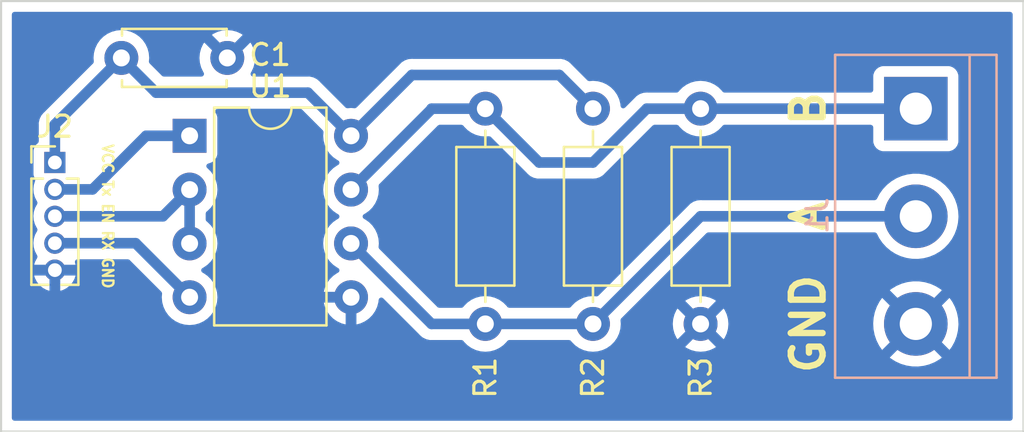
<source format=kicad_pcb>
(kicad_pcb (version 20211014) (generator pcbnew)
  (layers (0 "F.Cu" signal) (31 "B.Cu" signal) (34 "B.Paste" user) (35 "F.Paste" user) (36 "B.SilkS" user "B.Silkscreen") (37 "F.SilkS" user "F.Silkscreen") (38 "B.Mask" user) (39 "F.Mask" user) (44 "Edge.Cuts" user))
  (net 0 "")
  (net 1 "+5V")
  (net 2 "GND")
  (net 3 "A (RS485)")
  (net 4 "B (RS485)")
  (net 5 "TX")
  (net 6 "EN_TX")
  (net 7 "RX")
  (footprint "Connector_PinHeader_1.27mm:PinHeader_1x05_P1.27mm_Vertical" (layer "F.Cu") (at 38.1 25.4)
    (fp_text reference "J2" (at 0 -1.695) (layer "F.SilkS"))
    (fp_text value "Conn_01x05_Male" hide)
    (fp_line (start -1.11 0.76) (end -1.11 5.775) (layer "F.SilkS") (width 0.12))
    (fp_line (start -1.11 -0.76) (end 0 -0.76) (layer "F.SilkS") (width 0.12))
    (fp_line (start 0.563471 0.76) (end 1.11 0.76) (layer "F.SilkS") (width 0.12))
    (fp_line (start -1.11 0.76) (end -0.563471 0.76) (layer "F.SilkS") (width 0.12))
    (fp_line (start 1.11 0.76) (end 1.11 5.775) (layer "F.SilkS") (width 0.12))
    (fp_line (start -1.11 0) (end -1.11 -0.76) (layer "F.SilkS") (width 0.12))
    (fp_line (start -1.11 5.775) (end -0.30753 5.775) (layer "F.SilkS") (width 0.12))
    (fp_line (start 0.30753 5.775) (end 1.11 5.775) (layer "F.SilkS") (width 0.12))
    (pad "1" thru_hole rect locked (at 0 0) (size 1 1) (drill 0.65) (layers *.Cu *.Mask) (net 1 "+5V"))
    (pad "2" thru_hole oval locked (at 0 1.27) (size 1 1) (drill 0.65) (layers *.Cu *.Mask) (net 7 "RX"))
    (pad "3" thru_hole oval locked (at 0 2.54) (size 1 1) (drill 0.65) (layers *.Cu *.Mask) (net 6 "EN_TX"))
    (pad "4" thru_hole oval locked (at 0 3.81) (size 1 1) (drill 0.65) (layers *.Cu *.Mask) (net 5 "TX"))
    (pad "5" thru_hole oval locked (at 0 5.08) (size 1 1) (drill 0.65) (layers *.Cu *.Mask) (net 2 "GND"))
  )
  (footprint "Capacitor_THT:C_Disc_D4.7mm_W2.5mm_P5.00mm" (layer "F.Cu") (at 41.238631 20.464456)
    (fp_text reference "C1" (at 7.021369 -0.144456) (layer "F.SilkS"))
    (fp_text value "C")
    (fp_line (start 0.03 1.055) (end 0.03 1.37) (layer "F.SilkS") (width 0.12))
    (fp_line (start 4.97 -1.37) (end 4.97 -1.055) (layer "F.SilkS") (width 0.12))
    (fp_line (start 0.03 -1.37) (end 4.97 -1.37) (layer "F.SilkS") (width 0.12))
    (fp_line (start 0.03 1.37) (end 4.97 1.37) (layer "F.SilkS") (width 0.12))
    (fp_line (start 0.03 -1.37) (end 0.03 -1.055) (layer "F.SilkS") (width 0.12))
    (fp_line (start 4.97 1.055) (end 4.97 1.37) (layer "F.SilkS") (width 0.12))
    (pad "1" thru_hole circle locked (at 0 0) (size 1.6 1.6) (drill 0.8) (layers *.Cu *.Mask) (net 1 "+5V"))
    (pad "2" thru_hole circle locked (at 5 0) (size 1.6 1.6) (drill 0.8) (layers *.Cu *.Mask) (net 2 "GND"))
  )
  (footprint "Resistor_THT:R_Axial_DIN0207_L6.3mm_D2.5mm_P10.16mm_Horizontal" (layer "F.Cu") (at 63.5 33.02 90)
    (fp_text reference "R2" (at -2.54 0 90) (layer "F.SilkS"))
    (fp_text value "560R")
    (fp_line (start 1.04 0) (end 1.81 0) (layer "F.SilkS") (width 0.12))
    (fp_line (start 9.12 0) (end 8.35 0) (layer "F.SilkS") (width 0.12))
    (fp_line (start 1.81 -1.37) (end 1.81 1.37) (layer "F.SilkS") (width 0.12))
    (fp_line (start 8.35 1.37) (end 8.35 -1.37) (layer "F.SilkS") (width 0.12))
    (fp_line (start 1.81 1.37) (end 8.35 1.37) (layer "F.SilkS") (width 0.12))
    (fp_line (start 8.35 -1.37) (end 1.81 -1.37) (layer "F.SilkS") (width 0.12))
    (pad "1" thru_hole circle locked (at 0 0 90) (size 1.6 1.6) (drill 0.8) (layers *.Cu *.Mask) (net 3 "A (RS485)"))
    (pad "2" thru_hole oval locked (at 10.16 0 90) (size 1.6 1.6) (drill 0.8) (layers *.Cu *.Mask) (net 1 "+5V"))
  )
  (footprint "Resistor_THT:R_Axial_DIN0207_L6.3mm_D2.5mm_P10.16mm_Horizontal" (layer "F.Cu") (at 58.42 22.86 -90)
    (fp_text reference "R1" (at 12.7 0 90) (layer "F.SilkS"))
    (fp_text value "120R")
    (fp_line (start 8.35 1.37) (end 8.35 -1.37) (layer "F.SilkS") (width 0.12))
    (fp_line (start 9.12 0) (end 8.35 0) (layer "F.SilkS") (width 0.12))
    (fp_line (start 8.35 -1.37) (end 1.81 -1.37) (layer "F.SilkS") (width 0.12))
    (fp_line (start 1.81 -1.37) (end 1.81 1.37) (layer "F.SilkS") (width 0.12))
    (fp_line (start 1.81 1.37) (end 8.35 1.37) (layer "F.SilkS") (width 0.12))
    (fp_line (start 1.04 0) (end 1.81 0) (layer "F.SilkS") (width 0.12))
    (pad "1" thru_hole circle locked (at 0 0 270) (size 1.6 1.6) (drill 0.8) (layers *.Cu *.Mask) (net 4 "B (RS485)"))
    (pad "2" thru_hole oval locked (at 10.16 0 270) (size 1.6 1.6) (drill 0.8) (layers *.Cu *.Mask) (net 3 "A (RS485)"))
  )
  (footprint "Resistor_THT:R_Axial_DIN0207_L6.3mm_D2.5mm_P10.16mm_Horizontal" (layer "F.Cu") (at 68.58 33.02 90)
    (fp_text reference "R3" (at -2.54 0 90) (layer "F.SilkS"))
    (fp_text value "560R")
    (fp_line (start 1.04 0) (end 1.81 0) (layer "F.SilkS") (width 0.12))
    (fp_line (start 8.35 -1.37) (end 1.81 -1.37) (layer "F.SilkS") (width 0.12))
    (fp_line (start 1.81 -1.37) (end 1.81 1.37) (layer "F.SilkS") (width 0.12))
    (fp_line (start 9.12 0) (end 8.35 0) (layer "F.SilkS") (width 0.12))
    (fp_line (start 8.35 1.37) (end 8.35 -1.37) (layer "F.SilkS") (width 0.12))
    (fp_line (start 1.81 1.37) (end 8.35 1.37) (layer "F.SilkS") (width 0.12))
    (pad "1" thru_hole circle locked (at 0 0 90) (size 1.6 1.6) (drill 0.8) (layers *.Cu *.Mask) (net 2 "GND"))
    (pad "2" thru_hole oval locked (at 10.16 0 90) (size 1.6 1.6) (drill 0.8) (layers *.Cu *.Mask) (net 4 "B (RS485)"))
  )
  (footprint "Package_DIP:DIP-8_W7.62mm" (layer "F.Cu") (at 44.46 24.14)
    (fp_text reference "U1" (at 3.81 -2.33) (layer "F.SilkS"))
    (fp_text value "SN75176AP")
    (fp_line (start 1.16 8.95) (end 6.46 8.95) (layer "F.SilkS") (width 0.12))
    (fp_line (start 6.46 8.95) (end 6.46 -1.33) (layer "F.SilkS") (width 0.12))
    (fp_line (start 6.46 -1.33) (end 4.81 -1.33) (layer "F.SilkS") (width 0.12))
    (fp_line (start 1.16 -1.33) (end 1.16 8.95) (layer "F.SilkS") (width 0.12))
    (fp_line (start 2.81 -1.33) (end 1.16 -1.33) (layer "F.SilkS") (width 0.12))
    (fp_arc (start 4.81 -1.33) (mid 3.81 -0.33) (end 2.81 -1.33) (layer "F.SilkS") (width 0.12))
    (pad "1" thru_hole rect locked (at 0 0) (size 1.6 1.6) (drill 0.8) (layers *.Cu *.Mask) (net 7 "RX"))
    (pad "2" thru_hole oval locked (at 0 2.54) (size 1.6 1.6) (drill 0.8) (layers *.Cu *.Mask) (net 6 "EN_TX"))
    (pad "3" thru_hole oval locked (at 0 5.08) (size 1.6 1.6) (drill 0.8) (layers *.Cu *.Mask) (net 6 "EN_TX"))
    (pad "4" thru_hole oval locked (at 0 7.62) (size 1.6 1.6) (drill 0.8) (layers *.Cu *.Mask) (net 5 "TX"))
    (pad "5" thru_hole oval locked (at 7.62 7.62) (size 1.6 1.6) (drill 0.8) (layers *.Cu *.Mask) (net 2 "GND"))
    (pad "6" thru_hole oval locked (at 7.62 5.08) (size 1.6 1.6) (drill 0.8) (layers *.Cu *.Mask) (net 3 "A (RS485)"))
    (pad "7" thru_hole oval locked (at 7.62 2.54) (size 1.6 1.6) (drill 0.8) (layers *.Cu *.Mask) (net 4 "B (RS485)"))
    (pad "8" thru_hole oval locked (at 7.62 0) (size 1.6 1.6) (drill 0.8) (layers *.Cu *.Mask) (net 1 "+5V"))
  )
  (footprint "TerminalBlock:TerminalBlock_bornier-3_P5.08mm" (layer "B.Cu") (at 78.74 22.86 -90)
    (fp_text reference "J1" (at 5.05 4.65 90) (layer "B.SilkS") (effects (justify mirror)))
    (fp_text value "Conn_01x03_Male" hide)
    (fp_line (start -2.54 -2.54) (end 12.7 -2.54) (layer "B.SilkS") (width 0.12))
    (fp_line (start 12.7 -3.81) (end 12.7 3.81) (layer "B.SilkS") (width 0.12))
    (fp_line (start -2.54 -3.81) (end 12.7 -3.81) (layer "B.SilkS") (width 0.12))
    (fp_line (start -2.54 -3.81) (end -2.54 3.81) (layer "B.SilkS") (width 0.12))
    (fp_line (start -2.54 3.81) (end 12.7 3.81) (layer "B.SilkS") (width 0.12))
    (pad "1" thru_hole rect locked (at 0 0 270) (size 3 3) (drill 1.52) (layers *.Cu *.Mask) (net 4 "B (RS485)"))
    (pad "2" thru_hole circle locked (at 5.08 0 270) (size 3 3) (drill 1.52) (layers *.Cu *.Mask) (net 3 "A (RS485)"))
    (pad "3" thru_hole circle locked (at 10.16 0 270) (size 3 3) (drill 1.52) (layers *.Cu *.Mask) (net 2 "GND"))
  )
  (gr_rect (start 35.56 38.1) (end 83.82 17.78) (layer "Edge.Cuts") (width 0.1) (fill none))
  (gr_text "VCC Tx EN RX GND" (at 40.592379 27.94 -90) (layer "F.SilkS") (effects (font (size 0.5 0.47) (thickness 0.11))))
  (gr_text "B" (at 73.66 22.86 90) (layer "F.SilkS") (effects (font (size 1.5 1.5) (thickness 0.3))))
  (gr_text "A" (at 73.66 27.94 90) (layer "F.SilkS") (effects (font (size 1.5 1.5) (thickness 0.3))))
  (gr_text "GND\n" (at 73.66 33.02 90) (layer "F.SilkS") (effects (font (size 1.5 1.5) (thickness 0.3))))
  (segment (start 61.909956 21.269956) (end 63.5 22.86) (width 0.5) (layer "B.Cu") (net 1))
  (segment (start 38.1 23.603087) (end 41.238631 20.464456) (width 0.5) (layer "B.Cu") (net 1))
  (segment (start 52.08 24.14) (end 54.950044 21.269956) (width 0.5) (layer "B.Cu") (net 1))
  (segment (start 54.950044 21.269956) (end 61.909956 21.269956) (width 0.5) (layer "B.Cu") (net 1))
  (segment (start 41.238631 20.464456) (end 42.877887 22.103712) (width 0.5) (layer "B.Cu") (net 1))
  (segment (start 50.043712 22.103712) (end 52.08 24.14) (width 0.5) (layer "B.Cu") (net 1))
  (segment (start 42.877887 22.103712) (end 50.043712 22.103712) (width 0.5) (layer "B.Cu") (net 1))
  (segment (start 38.1 25.4) (end 38.1 23.603087) (width 0.5) (layer "B.Cu") (net 1))
  (segment (start 68.58 27.94) (end 78.74 27.94) (width 0.5) (layer "B.Cu") (net 3))
  (segment (start 52.08 29.22) (end 55.88 33.02) (width 0.5) (layer "B.Cu") (net 3))
  (segment (start 55.88 33.02) (end 58.42 33.02) (width 0.5) (layer "B.Cu") (net 3))
  (segment (start 63.5 33.02) (end 68.58 27.94) (width 0.5) (layer "B.Cu") (net 3))
  (segment (start 58.42 33.02) (end 63.5 33.02) (width 0.5) (layer "B.Cu") (net 3))
  (segment (start 52.08 26.68) (end 55.88 22.88) (width 0.5) (layer "B.Cu") (net 4))
  (segment (start 68.58 22.86) (end 78.74 22.86) (width 0.5) (layer "B.Cu") (net 4))
  (segment (start 55.88 22.88) (end 55.88 22.86) (width 0.5) (layer "B.Cu") (net 4))
  (segment (start 60.96 25.4) (end 63.5 25.4) (width 0.5) (layer "B.Cu") (net 4))
  (segment (start 58.42 22.86) (end 60.96 25.4) (width 0.5) (layer "B.Cu") (net 4))
  (segment (start 66.04 22.86) (end 68.58 22.86) (width 0.5) (layer "B.Cu") (net 4))
  (segment (start 63.5 25.4) (end 66.04 22.86) (width 0.5) (layer "B.Cu") (net 4))
  (segment (start 55.88 22.86) (end 58.42 22.86) (width 0.5) (layer "B.Cu") (net 4))
  (segment (start 41.91 29.21) (end 44.46 31.76) (width 0.5) (layer "B.Cu") (net 5))
  (segment (start 38.1 29.21) (end 41.91 29.21) (width 0.5) (layer "B.Cu") (net 5))
  (segment (start 38.1 27.94) (end 43.2 27.94) (width 0.5) (layer "B.Cu") (net 6))
  (segment (start 44.46 29.22) (end 44.46 26.68) (width 0.5) (layer "B.Cu") (net 6))
  (segment (start 43.2 27.94) (end 44.46 26.68) (width 0.5) (layer "B.Cu") (net 6))
  (segment (start 39.878022 26.67) (end 42.408022 24.14) (width 0.5) (layer "B.Cu") (net 7))
  (segment (start 38.1 26.67) (end 39.878022 26.67) (width 0.5) (layer "B.Cu") (net 7))
  (segment (start 42.408022 24.14) (end 44.46 24.14) (width 0.5) (layer "B.Cu") (net 7))
  (zone (net 2) (net_name "GND") (layer "B.Cu") (connect_pads (clearance 0.508)) (min_thickness 0.254) (fill yes (thermal_gap 0.508) (thermal_bridge_width 0.508))
    (polygon (pts (xy 83.82 38.1) (xy 35.56 38.1) (xy 35.56 17.78) (xy 83.82 17.78)))
  )
)
</source>
